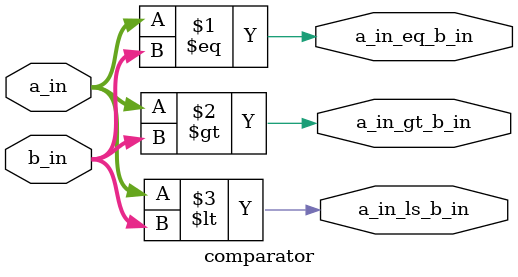
<source format=v>
`timescale 1ns / 1ps
`define DATA_WIDTH 4
module comparator(
                    input [`DATA_WIDTH-1:0] a_in,
                    input [`DATA_WIDTH-1:0] b_in,
                    output  a_in_gt_b_in,
                    output  a_in_eq_b_in,
                    output  a_in_ls_b_in);
                        
assign a_in_eq_b_in=(a_in ==b_in);
assign a_in_gt_b_in=(a_in>b_in);
assign a_in_ls_b_in=(a_in<b_in);
endmodule
</source>
